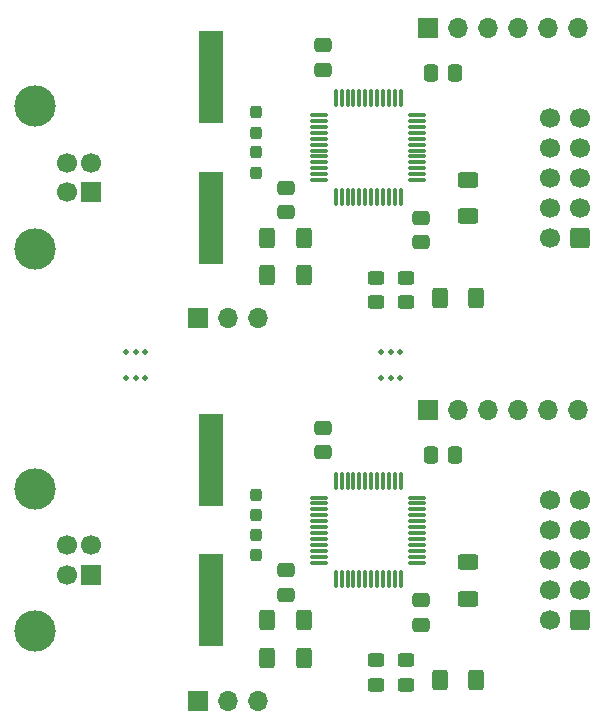
<source format=gts>
%TF.GenerationSoftware,KiCad,Pcbnew,(6.0.2)*%
%TF.CreationDate,2023-02-28T18:47:33+01:00*%
%TF.ProjectId,st_link_diy_panel,73745f6c-696e-46b5-9f64-69795f70616e,rev?*%
%TF.SameCoordinates,Original*%
%TF.FileFunction,Soldermask,Top*%
%TF.FilePolarity,Negative*%
%FSLAX46Y46*%
G04 Gerber Fmt 4.6, Leading zero omitted, Abs format (unit mm)*
G04 Created by KiCad (PCBNEW (6.0.2)) date 2023-02-28 18:47:33*
%MOMM*%
%LPD*%
G01*
G04 APERTURE LIST*
G04 Aperture macros list*
%AMRoundRect*
0 Rectangle with rounded corners*
0 $1 Rounding radius*
0 $2 $3 $4 $5 $6 $7 $8 $9 X,Y pos of 4 corners*
0 Add a 4 corners polygon primitive as box body*
4,1,4,$2,$3,$4,$5,$6,$7,$8,$9,$2,$3,0*
0 Add four circle primitives for the rounded corners*
1,1,$1+$1,$2,$3*
1,1,$1+$1,$4,$5*
1,1,$1+$1,$6,$7*
1,1,$1+$1,$8,$9*
0 Add four rect primitives between the rounded corners*
20,1,$1+$1,$2,$3,$4,$5,0*
20,1,$1+$1,$4,$5,$6,$7,0*
20,1,$1+$1,$6,$7,$8,$9,0*
20,1,$1+$1,$8,$9,$2,$3,0*%
G04 Aperture macros list end*
%ADD10RoundRect,0.250000X-0.400000X-0.625000X0.400000X-0.625000X0.400000X0.625000X-0.400000X0.625000X0*%
%ADD11RoundRect,0.237500X0.237500X-0.300000X0.237500X0.300000X-0.237500X0.300000X-0.237500X-0.300000X0*%
%ADD12RoundRect,0.250000X0.450000X-0.325000X0.450000X0.325000X-0.450000X0.325000X-0.450000X-0.325000X0*%
%ADD13RoundRect,0.250000X-0.625000X0.400000X-0.625000X-0.400000X0.625000X-0.400000X0.625000X0.400000X0*%
%ADD14RoundRect,0.250000X0.475000X-0.337500X0.475000X0.337500X-0.475000X0.337500X-0.475000X-0.337500X0*%
%ADD15R,1.700000X1.700000*%
%ADD16O,1.700000X1.700000*%
%ADD17RoundRect,0.250000X-0.450000X0.325000X-0.450000X-0.325000X0.450000X-0.325000X0.450000X0.325000X0*%
%ADD18RoundRect,0.250000X0.400000X0.625000X-0.400000X0.625000X-0.400000X-0.625000X0.400000X-0.625000X0*%
%ADD19RoundRect,0.250000X-0.475000X0.337500X-0.475000X-0.337500X0.475000X-0.337500X0.475000X0.337500X0*%
%ADD20RoundRect,0.075000X-0.662500X-0.075000X0.662500X-0.075000X0.662500X0.075000X-0.662500X0.075000X0*%
%ADD21RoundRect,0.075000X-0.075000X-0.662500X0.075000X-0.662500X0.075000X0.662500X-0.075000X0.662500X0*%
%ADD22C,1.700000*%
%ADD23C,3.500000*%
%ADD24R,2.000000X7.875000*%
%ADD25RoundRect,0.250000X0.600000X0.600000X-0.600000X0.600000X-0.600000X-0.600000X0.600000X-0.600000X0*%
%ADD26RoundRect,0.250000X-0.337500X-0.475000X0.337500X-0.475000X0.337500X0.475000X-0.337500X0.475000X0*%
%ADD27C,0.500000*%
G04 APERTURE END LIST*
D10*
%TO.C,R17*%
X150215000Y-153670000D03*
X153315000Y-153670000D03*
%TD*%
D11*
%TO.C,C4*%
X134620000Y-143102500D03*
X134620000Y-141377500D03*
%TD*%
D12*
%TO.C,D2*%
X147320000Y-154060000D03*
X147320000Y-152010000D03*
%TD*%
D13*
%TO.C,R12*%
X152605000Y-143700000D03*
X152605000Y-146800000D03*
%TD*%
D14*
%TO.C,C8*%
X140335000Y-134387500D03*
X140335000Y-132312500D03*
%TD*%
D15*
%TO.C,JP1*%
X129745000Y-155410000D03*
D16*
X132285000Y-155410000D03*
X134825000Y-155410000D03*
%TD*%
D17*
%TO.C,D1*%
X144780000Y-152010000D03*
X144780000Y-154060000D03*
%TD*%
D10*
%TO.C,R14*%
X135610000Y-151765000D03*
X138710000Y-151765000D03*
%TD*%
D18*
%TO.C,R15*%
X138710000Y-148590000D03*
X135610000Y-148590000D03*
%TD*%
D19*
%TO.C,C6*%
X137160000Y-144377500D03*
X137160000Y-146452500D03*
%TD*%
D20*
%TO.C,U2*%
X139982500Y-138220000D03*
X139982500Y-138720000D03*
X139982500Y-139220000D03*
X139982500Y-139720000D03*
X139982500Y-140220000D03*
X139982500Y-140720000D03*
X139982500Y-141220000D03*
X139982500Y-141720000D03*
X139982500Y-142220000D03*
X139982500Y-142720000D03*
X139982500Y-143220000D03*
X139982500Y-143720000D03*
D21*
X141395000Y-145132500D03*
X141895000Y-145132500D03*
X142395000Y-145132500D03*
X142895000Y-145132500D03*
X143395000Y-145132500D03*
X143895000Y-145132500D03*
X144395000Y-145132500D03*
X144895000Y-145132500D03*
X145395000Y-145132500D03*
X145895000Y-145132500D03*
X146395000Y-145132500D03*
X146895000Y-145132500D03*
D20*
X148307500Y-143720000D03*
X148307500Y-143220000D03*
X148307500Y-142720000D03*
X148307500Y-142220000D03*
X148307500Y-141720000D03*
X148307500Y-141220000D03*
X148307500Y-140720000D03*
X148307500Y-140220000D03*
X148307500Y-139720000D03*
X148307500Y-139220000D03*
X148307500Y-138720000D03*
X148307500Y-138220000D03*
D21*
X146895000Y-136807500D03*
X146395000Y-136807500D03*
X145895000Y-136807500D03*
X145395000Y-136807500D03*
X144895000Y-136807500D03*
X144395000Y-136807500D03*
X143895000Y-136807500D03*
X143395000Y-136807500D03*
X142895000Y-136807500D03*
X142395000Y-136807500D03*
X141895000Y-136807500D03*
X141395000Y-136807500D03*
%TD*%
D15*
%TO.C,J1*%
X120650000Y-144760000D03*
D22*
X120650000Y-142260000D03*
X118650000Y-142260000D03*
X118650000Y-144760000D03*
D23*
X115940000Y-137490000D03*
X115940000Y-149530000D03*
%TD*%
D24*
%TO.C,Y1*%
X130810000Y-146907500D03*
X130810000Y-135032500D03*
%TD*%
D25*
%TO.C,J2*%
X162042500Y-148590000D03*
D22*
X159502500Y-148590000D03*
X162042500Y-146050000D03*
X159502500Y-146050000D03*
X162042500Y-143510000D03*
X159502500Y-143510000D03*
X162042500Y-140970000D03*
X159502500Y-140970000D03*
X162042500Y-138430000D03*
X159502500Y-138430000D03*
%TD*%
D19*
%TO.C,C9*%
X148590000Y-146917500D03*
X148590000Y-148992500D03*
%TD*%
D26*
%TO.C,C7*%
X149457500Y-134620000D03*
X151532500Y-134620000D03*
%TD*%
D15*
%TO.C,J3*%
X149225000Y-130810000D03*
D16*
X151765000Y-130810000D03*
X154305000Y-130810000D03*
X156845000Y-130810000D03*
X159385000Y-130810000D03*
X161925000Y-130810000D03*
%TD*%
D11*
%TO.C,C3*%
X134620000Y-139700000D03*
X134620000Y-137975000D03*
%TD*%
D27*
%TO.C,mouse-bite-2.54mm-slot*%
X146850000Y-128100000D03*
X146050000Y-125900000D03*
X146850000Y-125900000D03*
X145250000Y-125900000D03*
X146050000Y-128100000D03*
X145250000Y-128100000D03*
%TD*%
%TO.C,mouse-bite-2.54mm-slot*%
X124460000Y-125900000D03*
X124460000Y-128100000D03*
X125260000Y-125900000D03*
X123660000Y-125900000D03*
X123660000Y-128100000D03*
X125260000Y-128100000D03*
%TD*%
D11*
%TO.C,C3*%
X134620000Y-107315000D03*
X134620000Y-105590000D03*
%TD*%
D25*
%TO.C,J2*%
X162042500Y-116205000D03*
D22*
X159502500Y-116205000D03*
X162042500Y-113665000D03*
X159502500Y-113665000D03*
X162042500Y-111125000D03*
X159502500Y-111125000D03*
X162042500Y-108585000D03*
X159502500Y-108585000D03*
X162042500Y-106045000D03*
X159502500Y-106045000D03*
%TD*%
D24*
%TO.C,Y1*%
X130810000Y-114522500D03*
X130810000Y-102647500D03*
%TD*%
D15*
%TO.C,J1*%
X120650000Y-112375000D03*
D22*
X120650000Y-109875000D03*
X118650000Y-109875000D03*
X118650000Y-112375000D03*
D23*
X115940000Y-105105000D03*
X115940000Y-117145000D03*
%TD*%
D15*
%TO.C,J3*%
X149225000Y-98425000D03*
D16*
X151765000Y-98425000D03*
X154305000Y-98425000D03*
X156845000Y-98425000D03*
X159385000Y-98425000D03*
X161925000Y-98425000D03*
%TD*%
D26*
%TO.C,C7*%
X149457500Y-102235000D03*
X151532500Y-102235000D03*
%TD*%
D19*
%TO.C,C9*%
X148590000Y-114532500D03*
X148590000Y-116607500D03*
%TD*%
D20*
%TO.C,U2*%
X139982500Y-105835000D03*
X139982500Y-106335000D03*
X139982500Y-106835000D03*
X139982500Y-107335000D03*
X139982500Y-107835000D03*
X139982500Y-108335000D03*
X139982500Y-108835000D03*
X139982500Y-109335000D03*
X139982500Y-109835000D03*
X139982500Y-110335000D03*
X139982500Y-110835000D03*
X139982500Y-111335000D03*
D21*
X141395000Y-112747500D03*
X141895000Y-112747500D03*
X142395000Y-112747500D03*
X142895000Y-112747500D03*
X143395000Y-112747500D03*
X143895000Y-112747500D03*
X144395000Y-112747500D03*
X144895000Y-112747500D03*
X145395000Y-112747500D03*
X145895000Y-112747500D03*
X146395000Y-112747500D03*
X146895000Y-112747500D03*
D20*
X148307500Y-111335000D03*
X148307500Y-110835000D03*
X148307500Y-110335000D03*
X148307500Y-109835000D03*
X148307500Y-109335000D03*
X148307500Y-108835000D03*
X148307500Y-108335000D03*
X148307500Y-107835000D03*
X148307500Y-107335000D03*
X148307500Y-106835000D03*
X148307500Y-106335000D03*
X148307500Y-105835000D03*
D21*
X146895000Y-104422500D03*
X146395000Y-104422500D03*
X145895000Y-104422500D03*
X145395000Y-104422500D03*
X144895000Y-104422500D03*
X144395000Y-104422500D03*
X143895000Y-104422500D03*
X143395000Y-104422500D03*
X142895000Y-104422500D03*
X142395000Y-104422500D03*
X141895000Y-104422500D03*
X141395000Y-104422500D03*
%TD*%
D19*
%TO.C,C6*%
X137160000Y-111992500D03*
X137160000Y-114067500D03*
%TD*%
D18*
%TO.C,R15*%
X138710000Y-116205000D03*
X135610000Y-116205000D03*
%TD*%
D10*
%TO.C,R14*%
X135610000Y-119380000D03*
X138710000Y-119380000D03*
%TD*%
D17*
%TO.C,D1*%
X144780000Y-119625000D03*
X144780000Y-121675000D03*
%TD*%
D15*
%TO.C,JP1*%
X129745000Y-123025000D03*
D16*
X132285000Y-123025000D03*
X134825000Y-123025000D03*
%TD*%
D11*
%TO.C,C4*%
X134620000Y-110717500D03*
X134620000Y-108992500D03*
%TD*%
D14*
%TO.C,C8*%
X140335000Y-102002500D03*
X140335000Y-99927500D03*
%TD*%
D13*
%TO.C,R12*%
X152605000Y-111315000D03*
X152605000Y-114415000D03*
%TD*%
D10*
%TO.C,R17*%
X150215000Y-121285000D03*
X153315000Y-121285000D03*
%TD*%
D12*
%TO.C,D2*%
X147320000Y-121675000D03*
X147320000Y-119625000D03*
%TD*%
M02*

</source>
